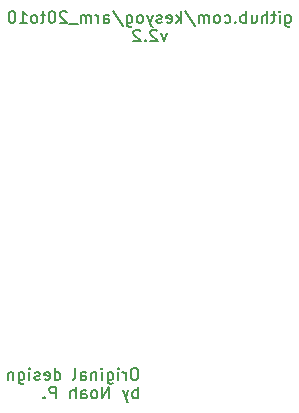
<source format=gbo>
G04 #@! TF.FileFunction,Legend,Bot*
%FSLAX46Y46*%
G04 Gerber Fmt 4.6, Leading zero omitted, Abs format (unit mm)*
G04 Created by KiCad (PCBNEW 4.0.2-stable) date 4/28/2016 10:57:31 AM*
%MOMM*%
G01*
G04 APERTURE LIST*
%ADD10C,0.150000*%
G04 APERTURE END LIST*
D10*
X128095429Y-120597381D02*
X127904952Y-120597381D01*
X127809714Y-120645000D01*
X127714476Y-120740238D01*
X127666857Y-120930714D01*
X127666857Y-121264048D01*
X127714476Y-121454524D01*
X127809714Y-121549762D01*
X127904952Y-121597381D01*
X128095429Y-121597381D01*
X128190667Y-121549762D01*
X128285905Y-121454524D01*
X128333524Y-121264048D01*
X128333524Y-120930714D01*
X128285905Y-120740238D01*
X128190667Y-120645000D01*
X128095429Y-120597381D01*
X127238286Y-121597381D02*
X127238286Y-120930714D01*
X127238286Y-121121190D02*
X127190667Y-121025952D01*
X127143048Y-120978333D01*
X127047810Y-120930714D01*
X126952571Y-120930714D01*
X126619238Y-121597381D02*
X126619238Y-120930714D01*
X126619238Y-120597381D02*
X126666857Y-120645000D01*
X126619238Y-120692619D01*
X126571619Y-120645000D01*
X126619238Y-120597381D01*
X126619238Y-120692619D01*
X125714476Y-120930714D02*
X125714476Y-121740238D01*
X125762095Y-121835476D01*
X125809714Y-121883095D01*
X125904953Y-121930714D01*
X126047810Y-121930714D01*
X126143048Y-121883095D01*
X125714476Y-121549762D02*
X125809714Y-121597381D01*
X126000191Y-121597381D01*
X126095429Y-121549762D01*
X126143048Y-121502143D01*
X126190667Y-121406905D01*
X126190667Y-121121190D01*
X126143048Y-121025952D01*
X126095429Y-120978333D01*
X126000191Y-120930714D01*
X125809714Y-120930714D01*
X125714476Y-120978333D01*
X125238286Y-121597381D02*
X125238286Y-120930714D01*
X125238286Y-120597381D02*
X125285905Y-120645000D01*
X125238286Y-120692619D01*
X125190667Y-120645000D01*
X125238286Y-120597381D01*
X125238286Y-120692619D01*
X124762096Y-120930714D02*
X124762096Y-121597381D01*
X124762096Y-121025952D02*
X124714477Y-120978333D01*
X124619239Y-120930714D01*
X124476381Y-120930714D01*
X124381143Y-120978333D01*
X124333524Y-121073571D01*
X124333524Y-121597381D01*
X123428762Y-121597381D02*
X123428762Y-121073571D01*
X123476381Y-120978333D01*
X123571619Y-120930714D01*
X123762096Y-120930714D01*
X123857334Y-120978333D01*
X123428762Y-121549762D02*
X123524000Y-121597381D01*
X123762096Y-121597381D01*
X123857334Y-121549762D01*
X123904953Y-121454524D01*
X123904953Y-121359286D01*
X123857334Y-121264048D01*
X123762096Y-121216429D01*
X123524000Y-121216429D01*
X123428762Y-121168810D01*
X122809715Y-121597381D02*
X122904953Y-121549762D01*
X122952572Y-121454524D01*
X122952572Y-120597381D01*
X121238285Y-121597381D02*
X121238285Y-120597381D01*
X121238285Y-121549762D02*
X121333523Y-121597381D01*
X121524000Y-121597381D01*
X121619238Y-121549762D01*
X121666857Y-121502143D01*
X121714476Y-121406905D01*
X121714476Y-121121190D01*
X121666857Y-121025952D01*
X121619238Y-120978333D01*
X121524000Y-120930714D01*
X121333523Y-120930714D01*
X121238285Y-120978333D01*
X120381142Y-121549762D02*
X120476380Y-121597381D01*
X120666857Y-121597381D01*
X120762095Y-121549762D01*
X120809714Y-121454524D01*
X120809714Y-121073571D01*
X120762095Y-120978333D01*
X120666857Y-120930714D01*
X120476380Y-120930714D01*
X120381142Y-120978333D01*
X120333523Y-121073571D01*
X120333523Y-121168810D01*
X120809714Y-121264048D01*
X119952571Y-121549762D02*
X119857333Y-121597381D01*
X119666857Y-121597381D01*
X119571618Y-121549762D01*
X119523999Y-121454524D01*
X119523999Y-121406905D01*
X119571618Y-121311667D01*
X119666857Y-121264048D01*
X119809714Y-121264048D01*
X119904952Y-121216429D01*
X119952571Y-121121190D01*
X119952571Y-121073571D01*
X119904952Y-120978333D01*
X119809714Y-120930714D01*
X119666857Y-120930714D01*
X119571618Y-120978333D01*
X119095428Y-121597381D02*
X119095428Y-120930714D01*
X119095428Y-120597381D02*
X119143047Y-120645000D01*
X119095428Y-120692619D01*
X119047809Y-120645000D01*
X119095428Y-120597381D01*
X119095428Y-120692619D01*
X118190666Y-120930714D02*
X118190666Y-121740238D01*
X118238285Y-121835476D01*
X118285904Y-121883095D01*
X118381143Y-121930714D01*
X118524000Y-121930714D01*
X118619238Y-121883095D01*
X118190666Y-121549762D02*
X118285904Y-121597381D01*
X118476381Y-121597381D01*
X118571619Y-121549762D01*
X118619238Y-121502143D01*
X118666857Y-121406905D01*
X118666857Y-121121190D01*
X118619238Y-121025952D01*
X118571619Y-120978333D01*
X118476381Y-120930714D01*
X118285904Y-120930714D01*
X118190666Y-120978333D01*
X117714476Y-120930714D02*
X117714476Y-121597381D01*
X117714476Y-121025952D02*
X117666857Y-120978333D01*
X117571619Y-120930714D01*
X117428761Y-120930714D01*
X117333523Y-120978333D01*
X117285904Y-121073571D01*
X117285904Y-121597381D01*
X128285905Y-123147381D02*
X128285905Y-122147381D01*
X128285905Y-122528333D02*
X128190667Y-122480714D01*
X128000190Y-122480714D01*
X127904952Y-122528333D01*
X127857333Y-122575952D01*
X127809714Y-122671190D01*
X127809714Y-122956905D01*
X127857333Y-123052143D01*
X127904952Y-123099762D01*
X128000190Y-123147381D01*
X128190667Y-123147381D01*
X128285905Y-123099762D01*
X127476381Y-122480714D02*
X127238286Y-123147381D01*
X127000190Y-122480714D02*
X127238286Y-123147381D01*
X127333524Y-123385476D01*
X127381143Y-123433095D01*
X127476381Y-123480714D01*
X125857333Y-123147381D02*
X125857333Y-122147381D01*
X125285904Y-123147381D01*
X125285904Y-122147381D01*
X124666857Y-123147381D02*
X124762095Y-123099762D01*
X124809714Y-123052143D01*
X124857333Y-122956905D01*
X124857333Y-122671190D01*
X124809714Y-122575952D01*
X124762095Y-122528333D01*
X124666857Y-122480714D01*
X124523999Y-122480714D01*
X124428761Y-122528333D01*
X124381142Y-122575952D01*
X124333523Y-122671190D01*
X124333523Y-122956905D01*
X124381142Y-123052143D01*
X124428761Y-123099762D01*
X124523999Y-123147381D01*
X124666857Y-123147381D01*
X123476380Y-123147381D02*
X123476380Y-122623571D01*
X123523999Y-122528333D01*
X123619237Y-122480714D01*
X123809714Y-122480714D01*
X123904952Y-122528333D01*
X123476380Y-123099762D02*
X123571618Y-123147381D01*
X123809714Y-123147381D01*
X123904952Y-123099762D01*
X123952571Y-123004524D01*
X123952571Y-122909286D01*
X123904952Y-122814048D01*
X123809714Y-122766429D01*
X123571618Y-122766429D01*
X123476380Y-122718810D01*
X123000190Y-123147381D02*
X123000190Y-122147381D01*
X122571618Y-123147381D02*
X122571618Y-122623571D01*
X122619237Y-122528333D01*
X122714475Y-122480714D01*
X122857333Y-122480714D01*
X122952571Y-122528333D01*
X123000190Y-122575952D01*
X121333523Y-123147381D02*
X121333523Y-122147381D01*
X120952570Y-122147381D01*
X120857332Y-122195000D01*
X120809713Y-122242619D01*
X120762094Y-122337857D01*
X120762094Y-122480714D01*
X120809713Y-122575952D01*
X120857332Y-122623571D01*
X120952570Y-122671190D01*
X121333523Y-122671190D01*
X120333523Y-123052143D02*
X120285904Y-123099762D01*
X120333523Y-123147381D01*
X120381142Y-123099762D01*
X120333523Y-123052143D01*
X120333523Y-123147381D01*
X140762191Y-90704714D02*
X140762191Y-91514238D01*
X140809810Y-91609476D01*
X140857429Y-91657095D01*
X140952668Y-91704714D01*
X141095525Y-91704714D01*
X141190763Y-91657095D01*
X140762191Y-91323762D02*
X140857429Y-91371381D01*
X141047906Y-91371381D01*
X141143144Y-91323762D01*
X141190763Y-91276143D01*
X141238382Y-91180905D01*
X141238382Y-90895190D01*
X141190763Y-90799952D01*
X141143144Y-90752333D01*
X141047906Y-90704714D01*
X140857429Y-90704714D01*
X140762191Y-90752333D01*
X140286001Y-91371381D02*
X140286001Y-90704714D01*
X140286001Y-90371381D02*
X140333620Y-90419000D01*
X140286001Y-90466619D01*
X140238382Y-90419000D01*
X140286001Y-90371381D01*
X140286001Y-90466619D01*
X139952668Y-90704714D02*
X139571716Y-90704714D01*
X139809811Y-90371381D02*
X139809811Y-91228524D01*
X139762192Y-91323762D01*
X139666954Y-91371381D01*
X139571716Y-91371381D01*
X139238382Y-91371381D02*
X139238382Y-90371381D01*
X138809810Y-91371381D02*
X138809810Y-90847571D01*
X138857429Y-90752333D01*
X138952667Y-90704714D01*
X139095525Y-90704714D01*
X139190763Y-90752333D01*
X139238382Y-90799952D01*
X137905048Y-90704714D02*
X137905048Y-91371381D01*
X138333620Y-90704714D02*
X138333620Y-91228524D01*
X138286001Y-91323762D01*
X138190763Y-91371381D01*
X138047905Y-91371381D01*
X137952667Y-91323762D01*
X137905048Y-91276143D01*
X137428858Y-91371381D02*
X137428858Y-90371381D01*
X137428858Y-90752333D02*
X137333620Y-90704714D01*
X137143143Y-90704714D01*
X137047905Y-90752333D01*
X137000286Y-90799952D01*
X136952667Y-90895190D01*
X136952667Y-91180905D01*
X137000286Y-91276143D01*
X137047905Y-91323762D01*
X137143143Y-91371381D01*
X137333620Y-91371381D01*
X137428858Y-91323762D01*
X136524096Y-91276143D02*
X136476477Y-91323762D01*
X136524096Y-91371381D01*
X136571715Y-91323762D01*
X136524096Y-91276143D01*
X136524096Y-91371381D01*
X135619334Y-91323762D02*
X135714572Y-91371381D01*
X135905049Y-91371381D01*
X136000287Y-91323762D01*
X136047906Y-91276143D01*
X136095525Y-91180905D01*
X136095525Y-90895190D01*
X136047906Y-90799952D01*
X136000287Y-90752333D01*
X135905049Y-90704714D01*
X135714572Y-90704714D01*
X135619334Y-90752333D01*
X135047906Y-91371381D02*
X135143144Y-91323762D01*
X135190763Y-91276143D01*
X135238382Y-91180905D01*
X135238382Y-90895190D01*
X135190763Y-90799952D01*
X135143144Y-90752333D01*
X135047906Y-90704714D01*
X134905048Y-90704714D01*
X134809810Y-90752333D01*
X134762191Y-90799952D01*
X134714572Y-90895190D01*
X134714572Y-91180905D01*
X134762191Y-91276143D01*
X134809810Y-91323762D01*
X134905048Y-91371381D01*
X135047906Y-91371381D01*
X134286001Y-91371381D02*
X134286001Y-90704714D01*
X134286001Y-90799952D02*
X134238382Y-90752333D01*
X134143144Y-90704714D01*
X134000286Y-90704714D01*
X133905048Y-90752333D01*
X133857429Y-90847571D01*
X133857429Y-91371381D01*
X133857429Y-90847571D02*
X133809810Y-90752333D01*
X133714572Y-90704714D01*
X133571715Y-90704714D01*
X133476477Y-90752333D01*
X133428858Y-90847571D01*
X133428858Y-91371381D01*
X132238382Y-90323762D02*
X133095525Y-91609476D01*
X131905049Y-91371381D02*
X131905049Y-90371381D01*
X131809811Y-90990429D02*
X131524096Y-91371381D01*
X131524096Y-90704714D02*
X131905049Y-91085667D01*
X130714572Y-91323762D02*
X130809810Y-91371381D01*
X131000287Y-91371381D01*
X131095525Y-91323762D01*
X131143144Y-91228524D01*
X131143144Y-90847571D01*
X131095525Y-90752333D01*
X131000287Y-90704714D01*
X130809810Y-90704714D01*
X130714572Y-90752333D01*
X130666953Y-90847571D01*
X130666953Y-90942810D01*
X131143144Y-91038048D01*
X130286001Y-91323762D02*
X130190763Y-91371381D01*
X130000287Y-91371381D01*
X129905048Y-91323762D01*
X129857429Y-91228524D01*
X129857429Y-91180905D01*
X129905048Y-91085667D01*
X130000287Y-91038048D01*
X130143144Y-91038048D01*
X130238382Y-90990429D01*
X130286001Y-90895190D01*
X130286001Y-90847571D01*
X130238382Y-90752333D01*
X130143144Y-90704714D01*
X130000287Y-90704714D01*
X129905048Y-90752333D01*
X129524096Y-90704714D02*
X129286001Y-91371381D01*
X129047905Y-90704714D02*
X129286001Y-91371381D01*
X129381239Y-91609476D01*
X129428858Y-91657095D01*
X129524096Y-91704714D01*
X128524096Y-91371381D02*
X128619334Y-91323762D01*
X128666953Y-91276143D01*
X128714572Y-91180905D01*
X128714572Y-90895190D01*
X128666953Y-90799952D01*
X128619334Y-90752333D01*
X128524096Y-90704714D01*
X128381238Y-90704714D01*
X128286000Y-90752333D01*
X128238381Y-90799952D01*
X128190762Y-90895190D01*
X128190762Y-91180905D01*
X128238381Y-91276143D01*
X128286000Y-91323762D01*
X128381238Y-91371381D01*
X128524096Y-91371381D01*
X127333619Y-90704714D02*
X127333619Y-91514238D01*
X127381238Y-91609476D01*
X127428857Y-91657095D01*
X127524096Y-91704714D01*
X127666953Y-91704714D01*
X127762191Y-91657095D01*
X127333619Y-91323762D02*
X127428857Y-91371381D01*
X127619334Y-91371381D01*
X127714572Y-91323762D01*
X127762191Y-91276143D01*
X127809810Y-91180905D01*
X127809810Y-90895190D01*
X127762191Y-90799952D01*
X127714572Y-90752333D01*
X127619334Y-90704714D01*
X127428857Y-90704714D01*
X127333619Y-90752333D01*
X126143143Y-90323762D02*
X127000286Y-91609476D01*
X125381238Y-91371381D02*
X125381238Y-90847571D01*
X125428857Y-90752333D01*
X125524095Y-90704714D01*
X125714572Y-90704714D01*
X125809810Y-90752333D01*
X125381238Y-91323762D02*
X125476476Y-91371381D01*
X125714572Y-91371381D01*
X125809810Y-91323762D01*
X125857429Y-91228524D01*
X125857429Y-91133286D01*
X125809810Y-91038048D01*
X125714572Y-90990429D01*
X125476476Y-90990429D01*
X125381238Y-90942810D01*
X124905048Y-91371381D02*
X124905048Y-90704714D01*
X124905048Y-90895190D02*
X124857429Y-90799952D01*
X124809810Y-90752333D01*
X124714572Y-90704714D01*
X124619333Y-90704714D01*
X124286000Y-91371381D02*
X124286000Y-90704714D01*
X124286000Y-90799952D02*
X124238381Y-90752333D01*
X124143143Y-90704714D01*
X124000285Y-90704714D01*
X123905047Y-90752333D01*
X123857428Y-90847571D01*
X123857428Y-91371381D01*
X123857428Y-90847571D02*
X123809809Y-90752333D01*
X123714571Y-90704714D01*
X123571714Y-90704714D01*
X123476476Y-90752333D01*
X123428857Y-90847571D01*
X123428857Y-91371381D01*
X123190762Y-91466619D02*
X122428857Y-91466619D01*
X122238381Y-90466619D02*
X122190762Y-90419000D01*
X122095524Y-90371381D01*
X121857428Y-90371381D01*
X121762190Y-90419000D01*
X121714571Y-90466619D01*
X121666952Y-90561857D01*
X121666952Y-90657095D01*
X121714571Y-90799952D01*
X122286000Y-91371381D01*
X121666952Y-91371381D01*
X121047905Y-90371381D02*
X120952666Y-90371381D01*
X120857428Y-90419000D01*
X120809809Y-90466619D01*
X120762190Y-90561857D01*
X120714571Y-90752333D01*
X120714571Y-90990429D01*
X120762190Y-91180905D01*
X120809809Y-91276143D01*
X120857428Y-91323762D01*
X120952666Y-91371381D01*
X121047905Y-91371381D01*
X121143143Y-91323762D01*
X121190762Y-91276143D01*
X121238381Y-91180905D01*
X121286000Y-90990429D01*
X121286000Y-90752333D01*
X121238381Y-90561857D01*
X121190762Y-90466619D01*
X121143143Y-90419000D01*
X121047905Y-90371381D01*
X120428857Y-90704714D02*
X120047905Y-90704714D01*
X120286000Y-90371381D02*
X120286000Y-91228524D01*
X120238381Y-91323762D01*
X120143143Y-91371381D01*
X120047905Y-91371381D01*
X119571714Y-91371381D02*
X119666952Y-91323762D01*
X119714571Y-91276143D01*
X119762190Y-91180905D01*
X119762190Y-90895190D01*
X119714571Y-90799952D01*
X119666952Y-90752333D01*
X119571714Y-90704714D01*
X119428856Y-90704714D01*
X119333618Y-90752333D01*
X119285999Y-90799952D01*
X119238380Y-90895190D01*
X119238380Y-91180905D01*
X119285999Y-91276143D01*
X119333618Y-91323762D01*
X119428856Y-91371381D01*
X119571714Y-91371381D01*
X118285999Y-91371381D02*
X118857428Y-91371381D01*
X118571714Y-91371381D02*
X118571714Y-90371381D01*
X118666952Y-90514238D01*
X118762190Y-90609476D01*
X118857428Y-90657095D01*
X117666952Y-90371381D02*
X117571713Y-90371381D01*
X117476475Y-90419000D01*
X117428856Y-90466619D01*
X117381237Y-90561857D01*
X117333618Y-90752333D01*
X117333618Y-90990429D01*
X117381237Y-91180905D01*
X117428856Y-91276143D01*
X117476475Y-91323762D01*
X117571713Y-91371381D01*
X117666952Y-91371381D01*
X117762190Y-91323762D01*
X117809809Y-91276143D01*
X117857428Y-91180905D01*
X117905047Y-90990429D01*
X117905047Y-90752333D01*
X117857428Y-90561857D01*
X117809809Y-90466619D01*
X117762190Y-90419000D01*
X117666952Y-90371381D01*
X130714571Y-92254714D02*
X130476476Y-92921381D01*
X130238380Y-92254714D01*
X129905047Y-92016619D02*
X129857428Y-91969000D01*
X129762190Y-91921381D01*
X129524094Y-91921381D01*
X129428856Y-91969000D01*
X129381237Y-92016619D01*
X129333618Y-92111857D01*
X129333618Y-92207095D01*
X129381237Y-92349952D01*
X129952666Y-92921381D01*
X129333618Y-92921381D01*
X128905047Y-92826143D02*
X128857428Y-92873762D01*
X128905047Y-92921381D01*
X128952666Y-92873762D01*
X128905047Y-92826143D01*
X128905047Y-92921381D01*
X128476476Y-92016619D02*
X128428857Y-91969000D01*
X128333619Y-91921381D01*
X128095523Y-91921381D01*
X128000285Y-91969000D01*
X127952666Y-92016619D01*
X127905047Y-92111857D01*
X127905047Y-92207095D01*
X127952666Y-92349952D01*
X128524095Y-92921381D01*
X127905047Y-92921381D01*
M02*

</source>
